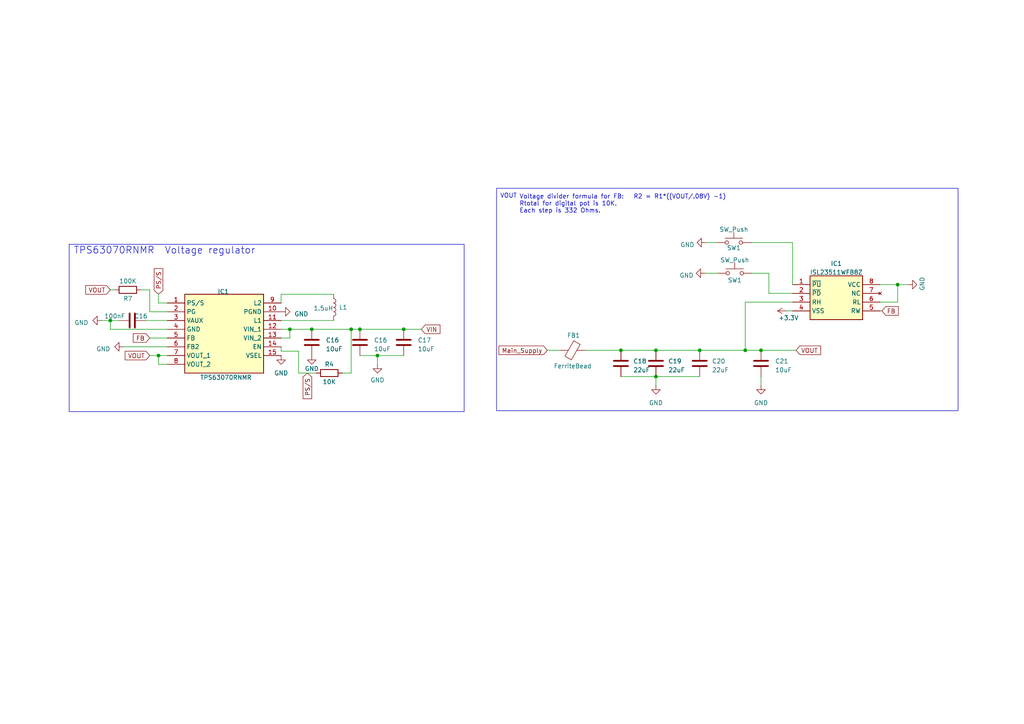
<source format=kicad_sch>
(kicad_sch (version 20230121) (generator eeschema)
  (paper "A4")
  (title_block (title "Component Supply") (date "2023-03-21") (rev "1.0"))
  (lib_symbols
    (symbol "Custom_Eric:ISL23511WFB8Z"
      (property "Reference" "IC" (at 21.59 7.62 0))
      (property "Value" "ISL23511WFB8Z" (at 21.59 5.08 0))
      (symbol "ISL23511WFB8Z_1_1"
        (rectangle (start 5.08 2.54) (end 20.32 -10.16) (stroke (width 0.254)) (fill (type background)))
        (pin passive line (at 0 0 0) (length 5.08) (name "~{PU}") (number "1"))
        (pin passive line (at 0 -2.54 0) (length 5.08) (name "~{PD}") (number "2"))
        (pin passive line (at 0 -5.08 0) (length 5.08) (name "RH") (number "3"))
        (pin passive line (at 0 -7.62 0) (length 5.08) (name "VSS") (number "4"))
        (pin passive line (at 25.4 -7.62 180) (length 5.08) (name "RW") (number "5"))
        (pin passive line (at 25.4 -5.08 180) (length 5.08) (name "RL") (number "6"))
        (pin no_connect line (at 25.4 -2.54 180) (length 5.08) (name "NC") (number "7"))
        (pin passive line (at 25.4 0 180) (length 5.08) (name "VCC") (number "8"))
      )
    )
    (symbol "Device:C" (pin_numbers hide) (pin_names (offset 0.254))
      (property "Reference" "C" (at 0.635 2.54 0))
      (property "Value" "C" (at 0.635 -2.54 0))
      (symbol "C_0_1"
        (polyline (pts (xy -2.032 -0.762) (xy 2.032 -0.762)) (stroke (width 0.508)))
        (polyline (pts (xy -2.032 0.762) (xy 2.032 0.762)) (stroke (width 0.508)))
      )
      (symbol "C_1_1"
        (pin passive line (at 0 3.81 270) (length 2.794) (name "~") (number "1"))
        (pin passive line (at 0 -3.81 90) (length 2.794) (name "~") (number "2"))
      )
    )
    (symbol "Device:FerriteBead" (pin_numbers hide) (pin_names (offset 0))
      (property "Reference" "FB" (at -3.81 0.635 90))
      (property "Value" "FerriteBead" (at 3.81 0 90))
      (symbol "FerriteBead_0_1"
        (polyline (pts (xy 0 -1.27) (xy 0 -1.2192)))
        (polyline (pts (xy 0 1.27) (xy 0 1.2954)))
        (polyline (pts (xy -2.7686 0.4064) (xy -1.7018 2.2606) (xy 2.7686 -0.3048) (xy 1.6764 -2.159) (xy -2.7686 0.4064)))
      )
      (symbol "FerriteBead_1_1"
        (pin passive line (at 0 3.81 270) (length 2.54) (name "~") (number "1"))
        (pin passive line (at 0 -3.81 90) (length 2.54) (name "~") (number "2"))
      )
    )
    (symbol "Device:L" (pin_numbers hide) (pin_names (offset 1.016) hide)
      (property "Reference" "L" (at -1.27 0 90))
      (property "Value" "L" (at 1.905 0 90))
      (symbol "L_0_1"
        (arc (start 0 -2.54) (mid 0.6323 -1.905) (end 0 -1.27))
        (arc (start 0 -1.27) (mid 0.6323 -0.635) (end 0 0))
        (arc (start 0 0) (mid 0.6323 0.635) (end 0 1.27))
        (arc (start 0 1.27) (mid 0.6323 1.905) (end 0 2.54))
      )
      (symbol "L_1_1"
        (pin passive line (at 0 3.81 270) (length 1.27) (name "1") (number "1"))
        (pin passive line (at 0 -3.81 90) (length 1.27) (name "2") (number "2"))
      )
    )
    (symbol "Device:R" (pin_numbers hide) (pin_names (offset 0))
      (property "Reference" "R" (at 2.032 0 90))
      (property "Value" "R" (at 0 0 90))
      (symbol "R_0_1"
        (rectangle (start -1.016 -2.54) (end 1.016 2.54) (stroke (width 0.254)))
      )
      (symbol "R_1_1"
        (pin passive line (at 0 3.81 270) (length 1.27) (name "~") (number "1"))
        (pin passive line (at 0 -3.81 90) (length 1.27) (name "~") (number "2"))
      )
    )
    (symbol "Switch:SW_Push" (pin_numbers hide) (pin_names (offset 1.016) hide)
      (property "Reference" "SW" (at 1.27 2.54 0))
      (property "Value" "SW_Push" (at 0 -1.524 0))
      (symbol "SW_Push_0_1"
        (circle (center -2.032 0) (radius 0.508))
        (polyline (pts (xy 0 1.27) (xy 0 3.048)))
        (polyline (pts (xy 2.54 1.27) (xy -2.54 1.27)))
        (circle (center 2.032 0) (radius 0.508))
        (pin passive line (at -5.08 0 0) (length 2.54) (name "1") (number "1"))
        (pin passive line (at 5.08 0 180) (length 2.54) (name "2") (number "2"))
      )
    )
    (symbol "TPS63070RNMR:TPS63070RNMR"
      (property "Reference" "IC2" (at 16.256 3.302 0))
      (property "Value" "TPS63070RNMR" (at 17.018 -21.59 0))
      (symbol "TPS63070RNMR_1_1"
        (rectangle (start 5.08 2.54) (end 27.94 -20.32) (stroke (width 0.254)) (fill (type background)))
        (pin passive line (at 0 0 0) (length 5.08) (name "PS/S") (number "1"))
        (pin passive line (at 33.02 -2.54 180) (length 5.08) (name "PGND") (number "10"))
        (pin passive line (at 33.02 -5.08 180) (length 5.08) (name "L1") (number "11"))
        (pin passive line (at 33.02 -7.62 180) (length 5.08) (name "VIN_1") (number "12"))
        (pin passive line (at 33.02 -10.16 180) (length 5.08) (name "VIN_2") (number "13"))
        (pin passive line (at 33.02 -12.7 180) (length 5.08) (name "EN") (number "14"))
        (pin passive line (at 33.02 -15.24 180) (length 5.08) (name "VSEL") (number "15"))
        (pin passive line (at 0 -2.54 0) (length 5.08) (name "PG") (number "2"))
        (pin passive line (at 0 -5.08 0) (length 5.08) (name "VAUX") (number "3"))
        (pin passive line (at 0 -7.62 0) (length 5.08) (name "GND") (number "4"))
        (pin passive line (at 0 -10.16 0) (length 5.08) (name "FB") (number "5"))
        (pin passive line (at 0 -12.7 0) (length 5.08) (name "FB2") (number "6"))
        (pin power_out line (at 0 -15.24 0) (length 5.08) (name "VOUT_1") (number "7"))
        (pin power_in line (at 0 -17.78 0) (length 5.08) (name "VOUT_2") (number "8"))
        (pin passive line (at 33.02 0 180) (length 5.08) (name "L2") (number "9"))
      )
    )
    (symbol "power:+3.3V" (power) (pin_names (offset 0))
      (property "Value" "+3.3V" (at 0 3.556 0))
      (symbol "+3.3V_0_1"
        (polyline (pts (xy -0.762 1.27) (xy 0 2.54)))
        (polyline (pts (xy 0 0) (xy 0 2.54)))
        (polyline (pts (xy 0 2.54) (xy 0.762 1.27)))
      )
      (symbol "+3.3V_1_1"
        (pin power_in line (at 0 0 90) (length 0) hide (name "+3.3V") (number "1"))
      )
    )
    (symbol "power:GND" (power) (pin_names (offset 0))
      (property "Value" "GND" (at 0 -3.81 0))
      (symbol "GND_0_1"
        (polyline (pts (xy 0 0) (xy 0 -1.27) (xy 1.27 -1.27) (xy 0 -2.54) (xy -1.27 -1.27) (xy 0 -1.27)))
      )
      (symbol "GND_1_1"
        (pin power_in line (at 0 0 270) (length 0) hide (name "GND") (number "1"))
      )
    )
  )
  (junction (at 190.246 109.22))
  (junction (at 202.946 101.6))
  (junction (at 180.086 101.6))
  (junction (at 104.394 95.504))
  (junction (at 190.246 101.6))
  (junction (at 101.854 95.504))
  (junction (at 220.726 101.6))
  (junction (at 84.074 95.504))
  (junction (at 260.35 82.55))
  (junction (at 45.974 103.124))
  (junction (at 117.094 95.504))
  (junction (at 90.424 95.504))
  (junction (at 216.154 101.6))
  (junction (at 32.004 92.964))
  (junction (at 109.474 103.124))
  (wire (pts (xy 99.314 108.204) (xy 101.854 108.204)))
  (wire (pts (xy 109.474 103.124) (xy 117.094 103.124)))
  (wire (pts (xy 220.726 101.6) (xy 230.886 101.6)))
  (wire (pts (xy 43.434 84.074) (xy 43.434 90.424)))
  (wire (pts (xy 29.464 92.964) (xy 32.004 92.964)))
  (wire (pts (xy 101.854 95.504) (xy 104.394 95.504)))
  (wire (pts (xy 216.154 87.63) (xy 229.87 87.63)))
  (wire (pts (xy 202.946 101.6) (xy 216.154 101.6)))
  (wire (pts (xy 81.534 101.854) (xy 86.614 101.854)))
  (wire (pts (xy 86.614 101.854) (xy 86.614 108.204)))
  (wire (pts (xy 223.012 85.09) (xy 223.012 79.248)))
  (wire (pts (xy 229.87 85.09) (xy 223.012 85.09)))
  (wire (pts (xy 81.534 85.344) (xy 96.774 85.344)))
  (wire (pts (xy 229.87 82.55) (xy 229.87 70.358)))
  (wire (pts (xy 180.086 109.22) (xy 190.246 109.22)))
  (wire (pts (xy 48.514 95.504) (xy 32.004 95.504)))
  (wire (pts (xy 43.434 90.424) (xy 48.514 90.424)))
  (wire (pts (xy 255.27 87.63) (xy 260.35 87.63)))
  (wire (pts (xy 220.726 109.22) (xy 220.726 111.76)))
  (wire (pts (xy 216.154 101.6) (xy 220.726 101.6)))
  (wire (pts (xy 216.154 87.63) (xy 216.154 101.6)))
  (wire (pts (xy 228.092 90.17) (xy 229.87 90.17)))
  (wire (pts (xy 81.534 92.964) (xy 96.774 92.964)))
  (wire (pts (xy 84.074 95.504) (xy 84.074 98.044)))
  (wire (pts (xy 255.778 90.17) (xy 255.27 90.17)))
  (wire (pts (xy 158.75 101.6) (xy 162.306 101.6)))
  (wire (pts (xy 42.164 92.964) (xy 48.514 92.964)))
  (wire (pts (xy 169.926 101.6) (xy 180.086 101.6)))
  (wire (pts (xy 229.87 70.358) (xy 217.932 70.358)))
  (wire (pts (xy 104.394 95.504) (xy 117.094 95.504)))
  (wire (pts (xy 180.086 101.6) (xy 190.246 101.6)))
  (wire (pts (xy 40.894 84.074) (xy 43.434 84.074)))
  (wire (pts (xy 45.974 87.884) (xy 48.514 87.884)))
  (wire (pts (xy 204.724 70.358) (xy 207.772 70.358)))
  (wire (pts (xy 204.47 79.248) (xy 208.026 79.248)))
  (wire (pts (xy 45.974 85.344) (xy 45.974 87.884)))
  (wire (pts (xy 32.004 92.964) (xy 32.004 95.504)))
  (wire (pts (xy 48.514 103.124) (xy 45.974 103.124)))
  (wire (pts (xy 35.814 100.584) (xy 48.514 100.584)))
  (wire (pts (xy 81.534 95.504) (xy 84.074 95.504)))
  (wire (pts (xy 86.614 108.204) (xy 91.694 108.204)))
  (wire (pts (xy 190.246 109.22) (xy 190.246 111.76)))
  (wire (pts (xy 260.35 82.55) (xy 263.398 82.55)))
  (wire (pts (xy 223.012 79.248) (xy 218.186 79.248)))
  (wire (pts (xy 32.004 84.074) (xy 33.274 84.074)))
  (wire (pts (xy 117.094 95.504) (xy 122.174 95.504)))
  (wire (pts (xy 255.27 82.55) (xy 260.35 82.55)))
  (wire (pts (xy 101.854 108.204) (xy 101.854 95.504)))
  (wire (pts (xy 109.474 103.124) (xy 109.474 105.664)))
  (wire (pts (xy 81.534 101.854) (xy 81.534 100.584)))
  (wire (pts (xy 260.35 87.63) (xy 260.35 82.55)))
  (wire (pts (xy 81.534 98.044) (xy 84.074 98.044)))
  (wire (pts (xy 43.434 98.044) (xy 48.514 98.044)))
  (wire (pts (xy 45.974 103.124) (xy 45.974 105.664)))
  (wire (pts (xy 104.394 103.124) (xy 109.474 103.124)))
  (wire (pts (xy 190.246 101.6) (xy 202.946 101.6)))
  (wire (pts (xy 190.246 109.22) (xy 202.946 109.22)))
  (wire (pts (xy 84.074 95.504) (xy 90.424 95.504)))
  (wire (pts (xy 90.424 95.504) (xy 101.854 95.504)))
  (wire (pts (xy 81.534 85.344) (xy 81.534 87.884)))
  (wire (pts (xy 43.434 103.124) (xy 45.974 103.124)))
  (wire (pts (xy 45.974 105.664) (xy 48.514 105.664)))
  (wire (pts (xy 32.004 92.964) (xy 34.544 92.964)))
  (rectangle (start 144.018 54.61) (end 277.876 119.126))
  (rectangle (start 20.066 70.866) (end 134.62 119.38))
  (text "TPS63070RNMR  Voltage regulator" (at 21.336 73.914 0) (effects (font (size 2 2)) (justify left bottom)))
  (text "Voltage divider formula for FB:   R2 = R1*((VOUT/.08V) -1)\nRtotal for digital pot is 10K.\nEach step is 332 Ohms." (at 150.622 61.976 0) (effects (font (size 1.27 1.27)) (justify left bottom)))
  (text "VOUT\n" (at 145.034 57.658 0) (effects (font (size 1.27 1.27)) (justify left bottom)))
  (global_label "FB" (shape input) (at 255.778 90.17 0) (property "Intersheetrefs" "${INTERSHEET_REFS}" (effects hide)))
  (global_label "VOUT" (shape input) (at 230.886 101.6 0) (property "Intersheetrefs" "${INTERSHEET_REFS}" (effects hide)))
  (global_label "PS{slash}S" (shape input) (at 89.154 108.204 270) (property "Intersheetrefs" "${INTERSHEET_REFS}" (effects hide)))
  (global_label "VOUT" (shape input) (at 43.434 103.124 180) (property "Intersheetrefs" "${INTERSHEET_REFS}" (effects hide)))
  (global_label "Main_Supply" (shape input) (at 158.75 101.6 180) (property "Intersheetrefs" "${INTERSHEET_REFS}" (effects hide)))
  (global_label "FB" (shape input) (at 43.434 98.044 180) (property "Intersheetrefs" "${INTERSHEET_REFS}" (effects hide)))
  (global_label "VIN" (shape input) (at 122.174 95.504 0) (property "Intersheetrefs" "${INTERSHEET_REFS}" (effects hide)))
  (global_label "PS{slash}S" (shape input) (at 45.974 85.344 90) (property "Intersheetrefs" "${INTERSHEET_REFS}" (effects hide)))
  (global_label "VOUT" (shape input) (at 32.004 84.074 180) (property "Intersheetrefs" "${INTERSHEET_REFS}" (effects hide)))
  (symbol (lib_id "Device:L") (at 96.774 89.154 0) (unit 1)
    (property "Reference" "L1" (at 98.298 89.154 0) (effects (justify left)))
    (property "Value" "1.5uH" (at 90.932 89.408 0) (effects (justify left)))
    (instances (project "power_supply" (path "" (reference "L1") (unit 1)) (path "" (reference "L2") (unit 1))))
  )
  (symbol (lib_id "Device:C") (at 202.946 105.41 0) (unit 1)
    (property "Reference" "C20" (at 206.502 104.775 0) (effects (justify left)))
    (property "Value" "22uF" (at 206.502 107.315 0) (effects (justify left)))
    (instances (project "power_supply" (path "" (reference "C20") (unit 1)) (path "" (reference "C29") (unit 1))))
  )
  (symbol (lib_id "power:GND") (at 220.726 111.76 0) (unit 1)
    (property "Reference" "#PWR023" (effects hide))
    (property "Value" "GND" (at 220.726 116.84 0))
    (instances (project "power_supply" (path "" (reference "#PWR023") (unit 1)) (path "" (reference "#PWR035") (unit 1))))
  )
  (symbol (lib_id "Switch:SW_Push") (at 213.106 79.248 0) (unit 1)
    (property "Reference" "SW1" (at 213.106 81.28 0))
    (property "Value" "SW_Push" (at 213.106 75.438 0))
    (property "Footprint" "Button_Switch_THT:SW_PUSH_6mm_H7.3mm" (effects hide))
    (instances (project "power_supply" (path "" (reference "SW1") (unit 1)) (path "" (reference "SW3") (unit 1))))
  )
  (symbol (lib_id "Device:C") (at 117.094 99.314 0) (unit 1)
    (property "Reference" "C17" (at 121.158 98.679 0) (effects (justify left)))
    (property "Value" "10uF" (at 121.158 101.219 0) (effects (justify left)))
    (instances (project "power_supply" (path "" (reference "C17") (unit 1)) (path "" (reference "C35") (unit 1))))
  )
  (symbol (lib_id "TPS63070RNMR:TPS63070RNMR") (at 48.514 87.884 0) (unit 1)
    (property "Reference" "IC1" (at 64.77 84.582 0))
    (property "Value" "TPS63070RNMR" (at 65.532 109.474 0))
    (property "Footprint" "Custom_eric:TPS630701RNMR" (effects hide))
    (property "Datasheet" "http://www.ti.com/lit/gpn/tps63070" (effects hide))
    (property "Mouser Part Number" "595-TPS63070RNMR" (effects hide))
    (property "Mouser Price/Stock" "https://www.mouser.co.uk/ProductDetail/Texas-Instruments/TPS63070RNMR?qs=LuYMPh7GGMS51GHntBDRnQ%3D%3D" (effects hide))
    (property "Manufacturer_Name" "Texas Instruments" (effects hide))
    (property "Manufacturer_Part_Number" "TPS63070RNMR" (effects hide))
    (instances (project "power_supply" (path "" (reference "IC1") (unit 1)) (path "" (reference "IC2") (unit 1))))
  )
  (symbol (lib_id "power:GND") (at 29.464 92.964 270) (unit 1)
    (property "Reference" "#PWR019" (effects hide))
    (property "Value" "GND" (at 25.654 93.599 90) (effects (justify right)))
    (instances (project "power_supply" (path "" (reference "#PWR019") (unit 1)) (path "" (reference "#PWR028") (unit 1))))
  )
  (symbol (lib_id "power:+3.3V") (at 228.092 90.17 90) (unit 1)
    (property "Reference" "#PWR011" (effects hide))
    (property "Value" "+3.3V" (at 231.648 92.202 90) (effects (justify left)))
  )
  (symbol (lib_id "power:GND") (at 190.246 111.76 0) (unit 1)
    (property "Reference" "#PWR024" (effects hide))
    (property "Value" "GND" (at 190.246 116.84 0))
    (instances (project "power_supply" (path "" (reference "#PWR024") (unit 1)) (path "" (reference "#PWR031") (unit 1))))
  )
  (symbol (lib_id "power:GND") (at 109.474 105.664 0) (unit 1)
    (property "Reference" "#PWR017" (effects hide))
    (property "Value" "GND" (at 109.474 110.236 0))
    (instances (project "power_supply" (path "" (reference "#PWR017") (unit 1)) (path "" (reference "#PWR036") (unit 1))))
  )
  (symbol (lib_id "power:GND") (at 35.814 100.584 270) (unit 1)
    (property "Reference" "#PWR021" (effects hide))
    (property "Value" "GND" (at 32.004 101.219 90) (effects (justify right)))
    (instances (project "power_supply" (path "" (reference "#PWR021") (unit 1)) (path "" (reference "#PWR029") (unit 1))))
  )
  (symbol (lib_id "Device:C") (at 104.394 99.314 0) (unit 1)
    (property "Reference" "C16" (at 108.458 98.679 0) (effects (justify left)))
    (property "Value" "10uF" (at 108.458 101.219 0) (effects (justify left)))
    (instances (project "power_supply" (path "" (reference "C16") (unit 1)) (path "" (reference "C34") (unit 1))))
  )
  (symbol (lib_id "Custom_Eric:ISL23511WFB8Z") (at 229.87 82.55 0) (unit 1)
    (property "Reference" "IC1" (at 242.57 76.454 0))
    (property "Value" "ISL23511WFB8Z" (at 242.57 78.994 0))
    (property "Footprint" "SOIC127P600X175-8N" (effects hide))
    (property "Datasheet" "https://www.renesas.com/en-us/www/doc/datasheet/isl23511.pdf" (effects hide))
    (property "Height" "1.75" (effects hide))
    (property "Mouser Part Number" "968-ISL23511WFB8Z" (effects hide))
    (property "Mouser Price/Stock" "https://www.mouser.co.uk/ProductDetail/Renesas-Intersil/ISL23511WFB8Z?qs=9fLuogzTs8KmkOr0qijwpw%3D%3D" (effects hide))
    (property "Manufacturer_Name" "Renesas Electronics" (effects hide))
    (property "Manufacturer_Part_Number" "ISL23511WFB8Z" (effects hide))
  )
  (symbol (lib_id "Device:R") (at 95.504 108.204 90) (unit 1)
    (property "Reference" "R4" (at 95.504 105.664 90))
    (property "Value" "10K" (at 95.504 110.744 90))
    (instances (project "power_supply" (path "" (reference "R4") (unit 1)) (path "" (reference "R13") (unit 1))))
  )
  (symbol (lib_id "Switch:SW_Push") (at 212.852 70.358 0) (unit 1)
    (property "Reference" "SW1" (at 212.852 71.882 0))
    (property "Value" "SW_Push" (at 212.852 66.548 0))
    (property "Footprint" "Button_Switch_THT:SW_PUSH_6mm_H7.3mm" (effects hide))
    (instances (project "power_supply" (path "" (reference "SW1") (unit 1)) (path "" (reference "SW2") (unit 1))))
  )
  (symbol (lib_id "power:GND") (at 204.47 79.248 270) (unit 1)
    (property "Reference" "#PWR010" (effects hide))
    (property "Value" "GND" (at 201.168 79.883 90) (effects (justify right)))
  )
  (symbol (lib_id "power:GND") (at 81.534 90.424 90) (unit 1)
    (property "Reference" "#PWR014" (effects hide))
    (property "Value" "GND" (at 85.344 91.059 90) (effects (justify right)))
    (instances (project "power_supply" (path "" (reference "#PWR014") (unit 1)) (path "" (reference "#PWR032") (unit 1))))
  )
  (symbol (lib_id "Device:C") (at 190.246 105.41 0) (unit 1)
    (property "Reference" "C19" (at 193.802 104.775 0) (effects (justify left)))
    (property "Value" "22uF" (at 193.802 107.315 0) (effects (justify left)))
    (instances (project "power_supply" (path "" (reference "C19") (unit 1)) (path "" (reference "C27") (unit 1))))
  )
  (symbol (lib_id "power:GND") (at 263.398 82.55 90) (unit 1)
    (property "Reference" "#PWR022" (effects hide))
    (property "Value" "GND" (at 267.462 82.296 0))
    (instances (project "power_supply" (path "" (reference "#PWR022") (unit 1)) (path "" (reference "#PWR033") (unit 1))))
  )
  (symbol (lib_id "power:GND") (at 81.534 103.124 0) (unit 1)
    (property "Reference" "#PWR018" (effects hide))
    (property "Value" "GND" (at 81.534 108.204 0))
    (instances (project "power_supply" (path "" (reference "#PWR018") (unit 1)) (path "" (reference "#PWR034") (unit 1))))
  )
  (symbol (lib_id "power:GND") (at 204.724 70.358 270) (unit 1)
    (property "Reference" "#PWR08" (effects hide))
    (property "Value" "GND" (at 201.422 70.993 90) (effects (justify right)))
  )
  (symbol (lib_id "Device:R") (at 37.084 84.074 270) (unit 1)
    (property "Reference" "R7" (at 37.084 86.614 90))
    (property "Value" "100K" (at 37.084 81.534 90))
    (instances (project "power_supply" (path "" (reference "R7") (unit 1)) (path "" (reference "R10") (unit 1))))
  )
  (symbol (lib_id "power:GND") (at 90.424 103.124 0) (unit 1)
    (property "Reference" "#PWR018" (effects hide))
    (property "Value" "GND" (at 90.424 106.934 0))
    (instances (project "power_supply" (path "" (reference "#PWR018") (unit 1)) (path "" (reference "#PWR014") (unit 1))))
  )
  (symbol (lib_id "Device:C") (at 220.726 105.41 0) (unit 1)
    (property "Reference" "C21" (at 224.79 104.775 0) (effects (justify left)))
    (property "Value" "10uF" (at 224.79 107.315 0) (effects (justify left)))
    (instances (project "power_supply" (path "" (reference "C21") (unit 1)) (path "" (reference "C31") (unit 1))))
  )
  (symbol (lib_id "Device:C") (at 180.086 105.41 0) (unit 1)
    (property "Reference" "C18" (at 183.642 104.775 0) (effects (justify left)))
    (property "Value" "22uF" (at 183.642 107.315 0) (effects (justify left)))
    (instances (project "power_supply" (path "" (reference "C18") (unit 1)) (path "" (reference "C25") (unit 1))))
  )
  (symbol (lib_id "Device:C") (at 38.354 92.964 90) (unit 1)
    (property "Reference" "C16" (at 40.894 91.694 90))
    (property "Value" "100nF" (at 33.274 91.694 90))
    (instances (project "power_supply" (path "" (reference "C16") (unit 1)) (path "" (reference "C2") (unit 1))))
  )
  (symbol (lib_id "Device:C") (at 90.424 99.314 0) (unit 1)
    (property "Reference" "C16" (at 94.488 98.679 0) (effects (justify left)))
    (property "Value" "10uF" (at 94.488 101.219 0) (effects (justify left)))
    (instances (project "power_supply" (path "" (reference "C16") (unit 1)) (path "" (reference "C1") (unit 1))))
  )
  (symbol (lib_id "Device:FerriteBead") (at 166.116 101.6 90) (unit 1)
    (property "Reference" "FB1" (at 166.37 97.282 90))
    (property "Value" "FerriteBead" (at 166.116 106.172 90))
    (instances (project "power_supply" (path "" (reference "FB1") (unit 1)) (path "" (reference "FB2") (unit 1))))
  )
)
</source>
